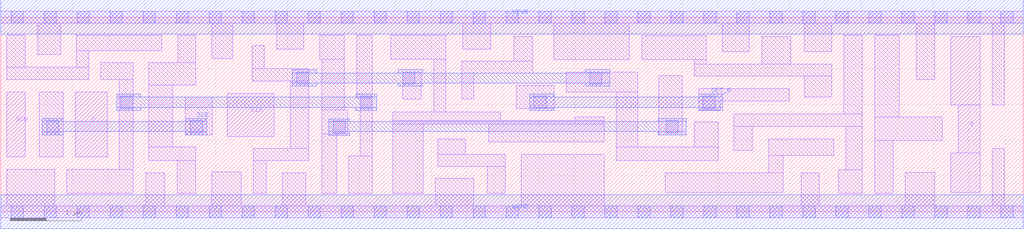
<source format=lef>
# Copyright 2020 The SkyWater PDK Authors
#
# Licensed under the Apache License, Version 2.0 (the "License");
# you may not use this file except in compliance with the License.
# You may obtain a copy of the License at
#
#     https://www.apache.org/licenses/LICENSE-2.0
#
# Unless required by applicable law or agreed to in writing, software
# distributed under the License is distributed on an "AS IS" BASIS,
# WITHOUT WARRANTIES OR CONDITIONS OF ANY KIND, either express or implied.
# See the License for the specific language governing permissions and
# limitations under the License.
#
# SPDX-License-Identifier: Apache-2.0

VERSION 5.7 ;
  NAMESCASESENSITIVE ON ;
  NOWIREEXTENSIONATPIN ON ;
  DIVIDERCHAR "/" ;
  BUSBITCHARS "[]" ;
UNITS
  DATABASE MICRONS 200 ;
END UNITS
PROPERTYDEFINITIONS
  MACRO maskLayoutSubType STRING ;
  MACRO prCellType STRING ;
  MACRO originalViewName STRING ;
END PROPERTYDEFINITIONS
MACRO sky130_fd_sc_hdll__sdfstp_2
  CLASS CORE ;
  FOREIGN sky130_fd_sc_hdll__sdfstp_2 ;
  ORIGIN  0.000000  0.000000 ;
  SIZE  14.26000 BY  2.720000 ;
  SYMMETRY X Y R90 ;
  SITE unithd ;
  PIN CLK
    ANTENNAGATEAREA  0.178200 ;
    DIRECTION INPUT ;
    USE SIGNAL ;
    PORT
      LAYER li1 ;
        RECT 3.155000 1.055000 3.815000 1.650000 ;
    END
  END CLK
  PIN D
    ANTENNAGATEAREA  0.178200 ;
    DIRECTION INPUT ;
    USE SIGNAL ;
    PORT
      LAYER li1 ;
        RECT 1.040000 0.765000 1.485000 1.675000 ;
    END
  END D
  PIN Q
    ANTENNADIFFAREA  0.498000 ;
    DIRECTION OUTPUT ;
    USE SIGNAL ;
    PORT
      LAYER li1 ;
        RECT 13.245000 0.275000 13.655000 0.825000 ;
        RECT 13.245000 1.495000 13.655000 2.450000 ;
        RECT 13.350000 0.825000 13.655000 1.495000 ;
    END
  END Q
  PIN SCD
    ANTENNAGATEAREA  0.178200 ;
    DIRECTION INPUT ;
    USE SIGNAL ;
    PORT
      LAYER li1 ;
        RECT 0.085000 0.765000 0.340000 1.675000 ;
    END
  END SCD
  PIN SCE
    ANTENNAGATEAREA  0.356400 ;
    DIRECTION INPUT ;
    USE SIGNAL ;
    PORT
      LAYER met1 ;
        RECT 0.580000 1.075000 0.870000 1.120000 ;
        RECT 0.580000 1.120000 2.875000 1.260000 ;
        RECT 0.580000 1.260000 0.870000 1.305000 ;
        RECT 2.585000 1.075000 2.875000 1.120000 ;
        RECT 2.585000 1.260000 2.875000 1.305000 ;
    END
  END SCE
  PIN SET_B
    ANTENNAGATEAREA  0.277200 ;
    DIRECTION INPUT ;
    USE SIGNAL ;
    PORT
      LAYER met1 ;
        RECT 7.375000 1.415000  7.715000 1.460000 ;
        RECT 7.375000 1.460000 10.070000 1.600000 ;
        RECT 7.375000 1.600000  7.715000 1.645000 ;
        RECT 9.730000 1.415000 10.070000 1.460000 ;
        RECT 9.730000 1.600000 10.070000 1.645000 ;
    END
  END SET_B
  PIN VGND
    DIRECTION INOUT ;
    USE GROUND ;
    PORT
      LAYER met1 ;
        RECT 0.000000 -0.240000 14.260000 0.240000 ;
    END
  END VGND
  PIN VPWR
    DIRECTION INOUT ;
    USE POWER ;
    PORT
      LAYER met1 ;
        RECT 0.000000 2.480000 14.260000 2.960000 ;
    END
  END VPWR
  OBS
    LAYER li1 ;
      RECT  0.000000 -0.085000 14.260000 0.085000 ;
      RECT  0.000000  2.635000 14.260000 2.805000 ;
      RECT  0.085000  0.085000  0.750000 0.595000 ;
      RECT  0.085000  1.845000  1.225000 2.025000 ;
      RECT  0.085000  2.025000  0.345000 2.465000 ;
      RECT  0.515000  2.195000  0.835000 2.635000 ;
      RECT  0.540000  0.765000  0.870000 1.675000 ;
      RECT  0.920000  0.255000  1.845000 0.595000 ;
      RECT  1.055000  2.025000  1.225000 2.255000 ;
      RECT  1.055000  2.255000  2.245000 2.465000 ;
      RECT  1.395000  1.845000  1.845000 2.085000 ;
      RECT  1.655000  0.595000  1.845000 1.845000 ;
      RECT  2.025000  0.085000  2.290000 0.545000 ;
      RECT  2.065000  0.715000  2.720000 0.905000 ;
      RECT  2.065000  0.905000  2.400000 1.770000 ;
      RECT  2.065000  1.770000  2.720000 2.085000 ;
      RECT  2.460000  0.255000  2.720000 0.715000 ;
      RECT  2.470000  2.085000  2.720000 2.465000 ;
      RECT  2.570000  1.075000  2.950000 1.600000 ;
      RECT  2.940000  0.085000  3.350000 0.555000 ;
      RECT  2.940000  2.140000  3.235000 2.635000 ;
      RECT  3.505000  1.830000  4.295000 2.000000 ;
      RECT  3.505000  2.000000  3.675000 2.325000 ;
      RECT  3.520000  0.255000  3.705000 0.715000 ;
      RECT  3.520000  0.715000  4.295000 0.885000 ;
      RECT  3.845000  2.275000  4.225000 2.635000 ;
      RECT  3.925000  0.085000  4.255000 0.545000 ;
      RECT  4.035000  0.885000  4.295000 1.830000 ;
      RECT  4.445000  2.135000  4.790000 2.465000 ;
      RECT  4.475000  0.255000  4.685000 1.085000 ;
      RECT  4.475000  1.085000  4.840000 1.420000 ;
      RECT  4.475000  1.420000  4.790000 2.135000 ;
      RECT  4.855000  0.255000  5.180000 0.780000 ;
      RECT  4.965000  1.590000  5.180000 2.465000 ;
      RECT  5.010000  0.780000  5.180000 1.590000 ;
      RECT  5.435000  2.135000  6.205000 2.465000 ;
      RECT  5.465000  0.255000  5.890000 1.225000 ;
      RECT  5.465000  1.225000  8.415000 1.275000 ;
      RECT  5.465000  1.275000  6.975000 1.395000 ;
      RECT  5.605000  1.575000  5.865000 1.955000 ;
      RECT  6.035000  1.395000  6.205000 2.135000 ;
      RECT  6.060000  0.085000  6.595000 0.465000 ;
      RECT  6.095000  0.635000  7.035000 0.805000 ;
      RECT  6.095000  0.805000  6.475000 1.015000 ;
      RECT  6.425000  1.575000  6.595000 1.935000 ;
      RECT  6.425000  1.935000  7.420000 2.105000 ;
      RECT  6.445000  2.275000  6.830000 2.635000 ;
      RECT  6.785000  0.255000  7.035000 0.635000 ;
      RECT  6.805000  0.975000  8.415000 1.225000 ;
      RECT  7.155000  2.105000  7.420000 2.450000 ;
      RECT  7.190000  1.445000  7.715000 1.765000 ;
      RECT  7.255000  0.085000  8.415000 0.805000 ;
      RECT  7.710000  2.125000  8.765000 2.635000 ;
      RECT  7.885000  1.670000  8.885000 1.955000 ;
      RECT  8.005000  1.275000  8.415000 1.325000 ;
      RECT  8.585000  0.720000 10.005000 0.905000 ;
      RECT  8.585000  0.905000  8.885000 1.670000 ;
      RECT  8.935000  2.125000  9.840000 2.460000 ;
      RECT  9.175000  1.075000  9.500000 1.905000 ;
      RECT  9.265000  0.275000 10.910000 0.545000 ;
      RECT  9.670000  0.905000 10.005000 1.255000 ;
      RECT  9.670000  1.895000 11.585000 2.065000 ;
      RECT  9.670000  2.065000  9.840000 2.125000 ;
      RECT  9.730000  1.425000 10.035000 1.545000 ;
      RECT  9.730000  1.545000 10.995000 1.725000 ;
      RECT 10.060000  2.235000 10.440000 2.635000 ;
      RECT 10.220000  0.855000 10.480000 1.195000 ;
      RECT 10.220000  1.195000 12.015000 1.365000 ;
      RECT 10.610000  2.065000 11.015000 2.450000 ;
      RECT 10.710000  0.545000 10.910000 0.785000 ;
      RECT 10.710000  0.785000 11.615000 1.015000 ;
      RECT 11.165000  0.085000 11.415000 0.545000 ;
      RECT 11.205000  1.605000 11.585000 1.895000 ;
      RECT 11.205000  2.235000 11.585000 2.635000 ;
      RECT 11.675000  0.255000 12.015000 0.585000 ;
      RECT 11.755000  1.365000 12.015000 2.465000 ;
      RECT 11.785000  0.585000 12.015000 1.195000 ;
      RECT 12.185000  0.255000 12.445000 0.995000 ;
      RECT 12.185000  0.995000 13.125000 1.325000 ;
      RECT 12.185000  1.325000 12.525000 2.465000 ;
      RECT 12.615000  0.085000 13.020000 0.550000 ;
      RECT 12.765000  1.845000 13.020000 2.635000 ;
      RECT 13.825000  0.085000 13.995000 0.885000 ;
      RECT 13.825000  1.495000 13.995000 2.635000 ;
    LAYER mcon ;
      RECT  0.145000 -0.085000  0.315000 0.085000 ;
      RECT  0.145000  2.635000  0.315000 2.805000 ;
      RECT  0.605000 -0.085000  0.775000 0.085000 ;
      RECT  0.605000  2.635000  0.775000 2.805000 ;
      RECT  0.640000  1.105000  0.810000 1.275000 ;
      RECT  1.065000 -0.085000  1.235000 0.085000 ;
      RECT  1.065000  2.635000  1.235000 2.805000 ;
      RECT  1.525000 -0.085000  1.695000 0.085000 ;
      RECT  1.525000  2.635000  1.695000 2.805000 ;
      RECT  1.675000  1.445000  1.845000 1.615000 ;
      RECT  1.985000 -0.085000  2.155000 0.085000 ;
      RECT  1.985000  2.635000  2.155000 2.805000 ;
      RECT  2.445000 -0.085000  2.615000 0.085000 ;
      RECT  2.445000  2.635000  2.615000 2.805000 ;
      RECT  2.645000  1.105000  2.815000 1.275000 ;
      RECT  2.905000 -0.085000  3.075000 0.085000 ;
      RECT  2.905000  2.635000  3.075000 2.805000 ;
      RECT  3.365000 -0.085000  3.535000 0.085000 ;
      RECT  3.365000  2.635000  3.535000 2.805000 ;
      RECT  3.825000 -0.085000  3.995000 0.085000 ;
      RECT  3.825000  2.635000  3.995000 2.805000 ;
      RECT  4.125000  1.785000  4.295000 1.955000 ;
      RECT  4.285000 -0.085000  4.455000 0.085000 ;
      RECT  4.285000  2.635000  4.455000 2.805000 ;
      RECT  4.635000  1.100000  4.805000 1.270000 ;
      RECT  4.745000 -0.085000  4.915000 0.085000 ;
      RECT  4.745000  2.635000  4.915000 2.805000 ;
      RECT  5.010000  1.445000  5.180000 1.615000 ;
      RECT  5.205000 -0.085000  5.375000 0.085000 ;
      RECT  5.205000  2.635000  5.375000 2.805000 ;
      RECT  5.605000  1.785000  5.775000 1.955000 ;
      RECT  5.665000 -0.085000  5.835000 0.085000 ;
      RECT  5.665000  2.635000  5.835000 2.805000 ;
      RECT  6.125000 -0.085000  6.295000 0.085000 ;
      RECT  6.125000  2.635000  6.295000 2.805000 ;
      RECT  6.585000 -0.085000  6.755000 0.085000 ;
      RECT  6.585000  2.635000  6.755000 2.805000 ;
      RECT  7.045000 -0.085000  7.215000 0.085000 ;
      RECT  7.045000  2.635000  7.215000 2.805000 ;
      RECT  7.435000  1.445000  7.605000 1.615000 ;
      RECT  7.505000 -0.085000  7.675000 0.085000 ;
      RECT  7.505000  2.635000  7.675000 2.805000 ;
      RECT  7.965000 -0.085000  8.135000 0.085000 ;
      RECT  7.965000  2.635000  8.135000 2.805000 ;
      RECT  8.210000  1.785000  8.380000 1.955000 ;
      RECT  8.425000 -0.085000  8.595000 0.085000 ;
      RECT  8.425000  2.635000  8.595000 2.805000 ;
      RECT  8.885000 -0.085000  9.055000 0.085000 ;
      RECT  8.885000  2.635000  9.055000 2.805000 ;
      RECT  9.280000  1.105000  9.450000 1.275000 ;
      RECT  9.345000 -0.085000  9.515000 0.085000 ;
      RECT  9.345000  2.635000  9.515000 2.805000 ;
      RECT  9.790000  1.445000  9.960000 1.615000 ;
      RECT  9.805000 -0.085000  9.975000 0.085000 ;
      RECT  9.805000  2.635000  9.975000 2.805000 ;
      RECT 10.265000 -0.085000 10.435000 0.085000 ;
      RECT 10.265000  2.635000 10.435000 2.805000 ;
      RECT 10.725000 -0.085000 10.895000 0.085000 ;
      RECT 10.725000  2.635000 10.895000 2.805000 ;
      RECT 11.185000 -0.085000 11.355000 0.085000 ;
      RECT 11.185000  2.635000 11.355000 2.805000 ;
      RECT 11.645000 -0.085000 11.815000 0.085000 ;
      RECT 11.645000  2.635000 11.815000 2.805000 ;
      RECT 12.105000 -0.085000 12.275000 0.085000 ;
      RECT 12.105000  2.635000 12.275000 2.805000 ;
      RECT 12.565000 -0.085000 12.735000 0.085000 ;
      RECT 12.565000  2.635000 12.735000 2.805000 ;
      RECT 13.025000 -0.085000 13.195000 0.085000 ;
      RECT 13.025000  2.635000 13.195000 2.805000 ;
      RECT 13.485000 -0.085000 13.655000 0.085000 ;
      RECT 13.485000  2.635000 13.655000 2.805000 ;
      RECT 13.945000 -0.085000 14.115000 0.085000 ;
      RECT 13.945000  2.635000 14.115000 2.805000 ;
    LAYER met1 ;
      RECT 1.615000 1.415000 1.955000 1.460000 ;
      RECT 1.615000 1.460000 5.240000 1.600000 ;
      RECT 1.615000 1.600000 1.955000 1.645000 ;
      RECT 4.065000 1.755000 4.405000 1.800000 ;
      RECT 4.065000 1.800000 8.490000 1.940000 ;
      RECT 4.065000 1.940000 4.405000 1.985000 ;
      RECT 4.575000 1.070000 4.865000 1.120000 ;
      RECT 4.575000 1.120000 9.560000 1.260000 ;
      RECT 4.575000 1.260000 4.865000 1.300000 ;
      RECT 4.950000 1.415000 5.240000 1.460000 ;
      RECT 4.950000 1.600000 5.240000 1.645000 ;
      RECT 5.545000 1.755000 5.885000 1.800000 ;
      RECT 5.545000 1.940000 5.885000 1.985000 ;
      RECT 8.150000 1.755000 8.490000 1.800000 ;
      RECT 8.150000 1.940000 8.490000 1.985000 ;
      RECT 9.170000 1.075000 9.560000 1.120000 ;
      RECT 9.170000 1.260000 9.560000 1.305000 ;
  END
  PROPERTY maskLayoutSubType "abstract" ;
  PROPERTY prCellType "standard" ;
  PROPERTY originalViewName "layout" ;
END sky130_fd_sc_hdll__sdfstp_2
END LIBRARY

</source>
